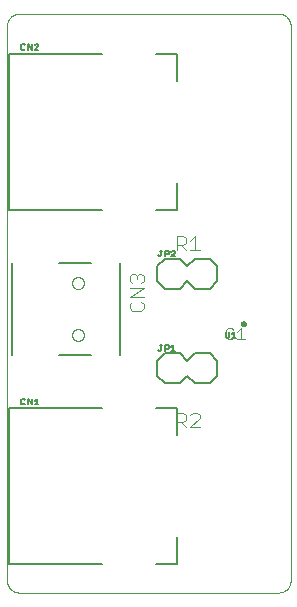
<source format=gto>
G75*
%MOIN*%
%OFA0B0*%
%FSLAX25Y25*%
%IPPOS*%
%LPD*%
%AMOC8*
5,1,8,0,0,1.08239X$1,22.5*
%
%ADD10C,0.00000*%
%ADD11C,0.00300*%
%ADD12C,0.00800*%
%ADD13C,0.00500*%
%ADD14C,0.00400*%
D10*
X0001500Y0005437D02*
X0001500Y0190476D01*
X0001502Y0190600D01*
X0001508Y0190723D01*
X0001517Y0190847D01*
X0001531Y0190969D01*
X0001548Y0191092D01*
X0001570Y0191214D01*
X0001595Y0191335D01*
X0001624Y0191455D01*
X0001656Y0191574D01*
X0001693Y0191693D01*
X0001733Y0191810D01*
X0001776Y0191925D01*
X0001824Y0192040D01*
X0001875Y0192152D01*
X0001929Y0192263D01*
X0001987Y0192373D01*
X0002048Y0192480D01*
X0002113Y0192586D01*
X0002181Y0192689D01*
X0002252Y0192790D01*
X0002326Y0192889D01*
X0002403Y0192986D01*
X0002484Y0193080D01*
X0002567Y0193171D01*
X0002653Y0193260D01*
X0002742Y0193346D01*
X0002833Y0193429D01*
X0002927Y0193510D01*
X0003024Y0193587D01*
X0003123Y0193661D01*
X0003224Y0193732D01*
X0003327Y0193800D01*
X0003433Y0193865D01*
X0003540Y0193926D01*
X0003650Y0193984D01*
X0003761Y0194038D01*
X0003873Y0194089D01*
X0003988Y0194137D01*
X0004103Y0194180D01*
X0004220Y0194220D01*
X0004339Y0194257D01*
X0004458Y0194289D01*
X0004578Y0194318D01*
X0004699Y0194343D01*
X0004821Y0194365D01*
X0004944Y0194382D01*
X0005066Y0194396D01*
X0005190Y0194405D01*
X0005313Y0194411D01*
X0005437Y0194413D01*
X0092051Y0194413D01*
X0092175Y0194411D01*
X0092298Y0194405D01*
X0092422Y0194396D01*
X0092544Y0194382D01*
X0092667Y0194365D01*
X0092789Y0194343D01*
X0092910Y0194318D01*
X0093030Y0194289D01*
X0093149Y0194257D01*
X0093268Y0194220D01*
X0093385Y0194180D01*
X0093500Y0194137D01*
X0093615Y0194089D01*
X0093727Y0194038D01*
X0093838Y0193984D01*
X0093948Y0193926D01*
X0094055Y0193865D01*
X0094161Y0193800D01*
X0094264Y0193732D01*
X0094365Y0193661D01*
X0094464Y0193587D01*
X0094561Y0193510D01*
X0094655Y0193429D01*
X0094746Y0193346D01*
X0094835Y0193260D01*
X0094921Y0193171D01*
X0095004Y0193080D01*
X0095085Y0192986D01*
X0095162Y0192889D01*
X0095236Y0192790D01*
X0095307Y0192689D01*
X0095375Y0192586D01*
X0095440Y0192480D01*
X0095501Y0192373D01*
X0095559Y0192263D01*
X0095613Y0192152D01*
X0095664Y0192040D01*
X0095712Y0191925D01*
X0095755Y0191810D01*
X0095795Y0191693D01*
X0095832Y0191574D01*
X0095864Y0191455D01*
X0095893Y0191335D01*
X0095918Y0191214D01*
X0095940Y0191092D01*
X0095957Y0190969D01*
X0095971Y0190847D01*
X0095980Y0190723D01*
X0095986Y0190600D01*
X0095988Y0190476D01*
X0095988Y0005437D01*
X0095986Y0005313D01*
X0095980Y0005190D01*
X0095971Y0005066D01*
X0095957Y0004944D01*
X0095940Y0004821D01*
X0095918Y0004699D01*
X0095893Y0004578D01*
X0095864Y0004458D01*
X0095832Y0004339D01*
X0095795Y0004220D01*
X0095755Y0004103D01*
X0095712Y0003988D01*
X0095664Y0003873D01*
X0095613Y0003761D01*
X0095559Y0003650D01*
X0095501Y0003540D01*
X0095440Y0003433D01*
X0095375Y0003327D01*
X0095307Y0003224D01*
X0095236Y0003123D01*
X0095162Y0003024D01*
X0095085Y0002927D01*
X0095004Y0002833D01*
X0094921Y0002742D01*
X0094835Y0002653D01*
X0094746Y0002567D01*
X0094655Y0002484D01*
X0094561Y0002403D01*
X0094464Y0002326D01*
X0094365Y0002252D01*
X0094264Y0002181D01*
X0094161Y0002113D01*
X0094055Y0002048D01*
X0093948Y0001987D01*
X0093838Y0001929D01*
X0093727Y0001875D01*
X0093615Y0001824D01*
X0093500Y0001776D01*
X0093385Y0001733D01*
X0093268Y0001693D01*
X0093149Y0001656D01*
X0093030Y0001624D01*
X0092910Y0001595D01*
X0092789Y0001570D01*
X0092667Y0001548D01*
X0092544Y0001531D01*
X0092422Y0001517D01*
X0092298Y0001508D01*
X0092175Y0001502D01*
X0092051Y0001500D01*
X0005437Y0001500D01*
X0005313Y0001502D01*
X0005190Y0001508D01*
X0005066Y0001517D01*
X0004944Y0001531D01*
X0004821Y0001548D01*
X0004699Y0001570D01*
X0004578Y0001595D01*
X0004458Y0001624D01*
X0004339Y0001656D01*
X0004220Y0001693D01*
X0004103Y0001733D01*
X0003988Y0001776D01*
X0003873Y0001824D01*
X0003761Y0001875D01*
X0003650Y0001929D01*
X0003540Y0001987D01*
X0003433Y0002048D01*
X0003327Y0002113D01*
X0003224Y0002181D01*
X0003123Y0002252D01*
X0003024Y0002326D01*
X0002927Y0002403D01*
X0002833Y0002484D01*
X0002742Y0002567D01*
X0002653Y0002653D01*
X0002567Y0002742D01*
X0002484Y0002833D01*
X0002403Y0002927D01*
X0002326Y0003024D01*
X0002252Y0003123D01*
X0002181Y0003224D01*
X0002113Y0003327D01*
X0002048Y0003433D01*
X0001987Y0003540D01*
X0001929Y0003650D01*
X0001875Y0003761D01*
X0001824Y0003873D01*
X0001776Y0003988D01*
X0001733Y0004103D01*
X0001693Y0004220D01*
X0001656Y0004339D01*
X0001624Y0004458D01*
X0001595Y0004578D01*
X0001570Y0004699D01*
X0001548Y0004821D01*
X0001531Y0004944D01*
X0001517Y0005066D01*
X0001508Y0005190D01*
X0001502Y0005313D01*
X0001500Y0005437D01*
X0023153Y0087327D02*
X0023155Y0087415D01*
X0023161Y0087503D01*
X0023171Y0087591D01*
X0023185Y0087679D01*
X0023202Y0087765D01*
X0023224Y0087851D01*
X0023249Y0087935D01*
X0023279Y0088019D01*
X0023311Y0088101D01*
X0023348Y0088181D01*
X0023388Y0088260D01*
X0023432Y0088337D01*
X0023479Y0088412D01*
X0023529Y0088484D01*
X0023583Y0088555D01*
X0023639Y0088622D01*
X0023699Y0088688D01*
X0023761Y0088750D01*
X0023827Y0088810D01*
X0023894Y0088866D01*
X0023965Y0088920D01*
X0024037Y0088970D01*
X0024112Y0089017D01*
X0024189Y0089061D01*
X0024268Y0089101D01*
X0024348Y0089138D01*
X0024430Y0089170D01*
X0024514Y0089200D01*
X0024598Y0089225D01*
X0024684Y0089247D01*
X0024770Y0089264D01*
X0024858Y0089278D01*
X0024946Y0089288D01*
X0025034Y0089294D01*
X0025122Y0089296D01*
X0025210Y0089294D01*
X0025298Y0089288D01*
X0025386Y0089278D01*
X0025474Y0089264D01*
X0025560Y0089247D01*
X0025646Y0089225D01*
X0025730Y0089200D01*
X0025814Y0089170D01*
X0025896Y0089138D01*
X0025976Y0089101D01*
X0026055Y0089061D01*
X0026132Y0089017D01*
X0026207Y0088970D01*
X0026279Y0088920D01*
X0026350Y0088866D01*
X0026417Y0088810D01*
X0026483Y0088750D01*
X0026545Y0088688D01*
X0026605Y0088622D01*
X0026661Y0088555D01*
X0026715Y0088484D01*
X0026765Y0088412D01*
X0026812Y0088337D01*
X0026856Y0088260D01*
X0026896Y0088181D01*
X0026933Y0088101D01*
X0026965Y0088019D01*
X0026995Y0087935D01*
X0027020Y0087851D01*
X0027042Y0087765D01*
X0027059Y0087679D01*
X0027073Y0087591D01*
X0027083Y0087503D01*
X0027089Y0087415D01*
X0027091Y0087327D01*
X0027089Y0087239D01*
X0027083Y0087151D01*
X0027073Y0087063D01*
X0027059Y0086975D01*
X0027042Y0086889D01*
X0027020Y0086803D01*
X0026995Y0086719D01*
X0026965Y0086635D01*
X0026933Y0086553D01*
X0026896Y0086473D01*
X0026856Y0086394D01*
X0026812Y0086317D01*
X0026765Y0086242D01*
X0026715Y0086170D01*
X0026661Y0086099D01*
X0026605Y0086032D01*
X0026545Y0085966D01*
X0026483Y0085904D01*
X0026417Y0085844D01*
X0026350Y0085788D01*
X0026279Y0085734D01*
X0026207Y0085684D01*
X0026132Y0085637D01*
X0026055Y0085593D01*
X0025976Y0085553D01*
X0025896Y0085516D01*
X0025814Y0085484D01*
X0025730Y0085454D01*
X0025646Y0085429D01*
X0025560Y0085407D01*
X0025474Y0085390D01*
X0025386Y0085376D01*
X0025298Y0085366D01*
X0025210Y0085360D01*
X0025122Y0085358D01*
X0025034Y0085360D01*
X0024946Y0085366D01*
X0024858Y0085376D01*
X0024770Y0085390D01*
X0024684Y0085407D01*
X0024598Y0085429D01*
X0024514Y0085454D01*
X0024430Y0085484D01*
X0024348Y0085516D01*
X0024268Y0085553D01*
X0024189Y0085593D01*
X0024112Y0085637D01*
X0024037Y0085684D01*
X0023965Y0085734D01*
X0023894Y0085788D01*
X0023827Y0085844D01*
X0023761Y0085904D01*
X0023699Y0085966D01*
X0023639Y0086032D01*
X0023583Y0086099D01*
X0023529Y0086170D01*
X0023479Y0086242D01*
X0023432Y0086317D01*
X0023388Y0086394D01*
X0023348Y0086473D01*
X0023311Y0086553D01*
X0023279Y0086635D01*
X0023249Y0086719D01*
X0023224Y0086803D01*
X0023202Y0086889D01*
X0023185Y0086975D01*
X0023171Y0087063D01*
X0023161Y0087151D01*
X0023155Y0087239D01*
X0023153Y0087327D01*
X0023153Y0104650D02*
X0023155Y0104738D01*
X0023161Y0104826D01*
X0023171Y0104914D01*
X0023185Y0105002D01*
X0023202Y0105088D01*
X0023224Y0105174D01*
X0023249Y0105258D01*
X0023279Y0105342D01*
X0023311Y0105424D01*
X0023348Y0105504D01*
X0023388Y0105583D01*
X0023432Y0105660D01*
X0023479Y0105735D01*
X0023529Y0105807D01*
X0023583Y0105878D01*
X0023639Y0105945D01*
X0023699Y0106011D01*
X0023761Y0106073D01*
X0023827Y0106133D01*
X0023894Y0106189D01*
X0023965Y0106243D01*
X0024037Y0106293D01*
X0024112Y0106340D01*
X0024189Y0106384D01*
X0024268Y0106424D01*
X0024348Y0106461D01*
X0024430Y0106493D01*
X0024514Y0106523D01*
X0024598Y0106548D01*
X0024684Y0106570D01*
X0024770Y0106587D01*
X0024858Y0106601D01*
X0024946Y0106611D01*
X0025034Y0106617D01*
X0025122Y0106619D01*
X0025210Y0106617D01*
X0025298Y0106611D01*
X0025386Y0106601D01*
X0025474Y0106587D01*
X0025560Y0106570D01*
X0025646Y0106548D01*
X0025730Y0106523D01*
X0025814Y0106493D01*
X0025896Y0106461D01*
X0025976Y0106424D01*
X0026055Y0106384D01*
X0026132Y0106340D01*
X0026207Y0106293D01*
X0026279Y0106243D01*
X0026350Y0106189D01*
X0026417Y0106133D01*
X0026483Y0106073D01*
X0026545Y0106011D01*
X0026605Y0105945D01*
X0026661Y0105878D01*
X0026715Y0105807D01*
X0026765Y0105735D01*
X0026812Y0105660D01*
X0026856Y0105583D01*
X0026896Y0105504D01*
X0026933Y0105424D01*
X0026965Y0105342D01*
X0026995Y0105258D01*
X0027020Y0105174D01*
X0027042Y0105088D01*
X0027059Y0105002D01*
X0027073Y0104914D01*
X0027083Y0104826D01*
X0027089Y0104738D01*
X0027091Y0104650D01*
X0027089Y0104562D01*
X0027083Y0104474D01*
X0027073Y0104386D01*
X0027059Y0104298D01*
X0027042Y0104212D01*
X0027020Y0104126D01*
X0026995Y0104042D01*
X0026965Y0103958D01*
X0026933Y0103876D01*
X0026896Y0103796D01*
X0026856Y0103717D01*
X0026812Y0103640D01*
X0026765Y0103565D01*
X0026715Y0103493D01*
X0026661Y0103422D01*
X0026605Y0103355D01*
X0026545Y0103289D01*
X0026483Y0103227D01*
X0026417Y0103167D01*
X0026350Y0103111D01*
X0026279Y0103057D01*
X0026207Y0103007D01*
X0026132Y0102960D01*
X0026055Y0102916D01*
X0025976Y0102876D01*
X0025896Y0102839D01*
X0025814Y0102807D01*
X0025730Y0102777D01*
X0025646Y0102752D01*
X0025560Y0102730D01*
X0025474Y0102713D01*
X0025386Y0102699D01*
X0025298Y0102689D01*
X0025210Y0102683D01*
X0025122Y0102681D01*
X0025034Y0102683D01*
X0024946Y0102689D01*
X0024858Y0102699D01*
X0024770Y0102713D01*
X0024684Y0102730D01*
X0024598Y0102752D01*
X0024514Y0102777D01*
X0024430Y0102807D01*
X0024348Y0102839D01*
X0024268Y0102876D01*
X0024189Y0102916D01*
X0024112Y0102960D01*
X0024037Y0103007D01*
X0023965Y0103057D01*
X0023894Y0103111D01*
X0023827Y0103167D01*
X0023761Y0103227D01*
X0023699Y0103289D01*
X0023639Y0103355D01*
X0023583Y0103422D01*
X0023529Y0103493D01*
X0023479Y0103565D01*
X0023432Y0103640D01*
X0023388Y0103717D01*
X0023348Y0103796D01*
X0023311Y0103876D01*
X0023279Y0103958D01*
X0023249Y0104042D01*
X0023224Y0104126D01*
X0023202Y0104212D01*
X0023185Y0104298D01*
X0023171Y0104386D01*
X0023161Y0104474D01*
X0023155Y0104562D01*
X0023153Y0104650D01*
D11*
X0074485Y0089086D02*
X0074485Y0086618D01*
X0075102Y0086000D01*
X0076336Y0086000D01*
X0076953Y0086618D01*
X0076953Y0089086D02*
X0076336Y0089704D01*
X0075102Y0089704D01*
X0074485Y0089086D01*
X0078168Y0088469D02*
X0079402Y0089704D01*
X0079402Y0086000D01*
X0078168Y0086000D02*
X0080637Y0086000D01*
D12*
X0071618Y0078803D02*
X0071618Y0073803D01*
X0069118Y0071303D01*
X0064118Y0071303D01*
X0061618Y0073803D01*
X0059118Y0071303D01*
X0054118Y0071303D01*
X0051618Y0073803D01*
X0051618Y0078803D01*
X0054118Y0081303D01*
X0059118Y0081303D01*
X0061618Y0078803D01*
X0064118Y0081303D01*
X0069118Y0081303D01*
X0071618Y0078803D01*
X0069118Y0102799D02*
X0064118Y0102799D01*
X0061618Y0105299D01*
X0059118Y0102799D01*
X0054118Y0102799D01*
X0051618Y0105299D01*
X0051618Y0110299D01*
X0054118Y0112799D01*
X0059118Y0112799D01*
X0061618Y0110299D01*
X0064118Y0112799D01*
X0069118Y0112799D01*
X0071618Y0110299D01*
X0071618Y0105299D01*
X0069118Y0102799D01*
X0058028Y0129043D02*
X0058028Y0138043D01*
X0058028Y0129043D02*
X0051028Y0129043D01*
X0033028Y0129043D02*
X0002028Y0129043D01*
X0002028Y0181043D01*
X0033028Y0181043D01*
X0051028Y0181043D02*
X0058028Y0181043D01*
X0058028Y0172043D01*
X0058028Y0062933D02*
X0051028Y0062933D01*
X0058028Y0062933D02*
X0058028Y0053933D01*
X0058028Y0019933D02*
X0058028Y0010933D01*
X0051028Y0010933D01*
X0033028Y0010933D02*
X0002028Y0010933D01*
X0002028Y0062933D01*
X0033028Y0062933D01*
D13*
X0029453Y0080634D02*
X0018823Y0080634D01*
X0011331Y0066085D02*
X0011331Y0064183D01*
X0010697Y0064183D02*
X0011965Y0064183D01*
X0010697Y0065451D02*
X0011331Y0066085D01*
X0009755Y0066085D02*
X0009755Y0064183D01*
X0008487Y0066085D01*
X0008487Y0064183D01*
X0007545Y0064500D02*
X0007228Y0064183D01*
X0006594Y0064183D01*
X0006278Y0064500D01*
X0006278Y0065768D01*
X0006594Y0066085D01*
X0007228Y0066085D01*
X0007545Y0065768D01*
X0003075Y0080634D02*
X0003075Y0111343D01*
X0018823Y0111343D02*
X0029453Y0111343D01*
X0039295Y0111343D02*
X0039295Y0080634D01*
X0039295Y0083390D02*
X0039295Y0087720D01*
X0039295Y0104256D02*
X0039295Y0108587D01*
X0051868Y0113866D02*
X0052185Y0113549D01*
X0052502Y0113549D01*
X0052819Y0113866D01*
X0052819Y0115451D01*
X0052502Y0115451D02*
X0053136Y0115451D01*
X0054078Y0115451D02*
X0054078Y0113549D01*
X0054078Y0114183D02*
X0055029Y0114183D01*
X0055346Y0114500D01*
X0055346Y0115134D01*
X0055029Y0115451D01*
X0054078Y0115451D01*
X0056288Y0115134D02*
X0056605Y0115451D01*
X0057239Y0115451D01*
X0057556Y0115134D01*
X0057556Y0114817D01*
X0056288Y0113549D01*
X0057556Y0113549D01*
X0056922Y0083955D02*
X0056288Y0083321D01*
X0056922Y0083955D02*
X0056922Y0082053D01*
X0056288Y0082053D02*
X0057556Y0082053D01*
X0055346Y0083004D02*
X0055029Y0082687D01*
X0054078Y0082687D01*
X0054078Y0082053D02*
X0054078Y0083955D01*
X0055029Y0083955D01*
X0055346Y0083638D01*
X0055346Y0083004D01*
X0053136Y0083955D02*
X0052502Y0083955D01*
X0052819Y0083955D02*
X0052819Y0082370D01*
X0052502Y0082053D01*
X0052185Y0082053D01*
X0051868Y0082370D01*
X0074343Y0086655D02*
X0074660Y0086338D01*
X0075294Y0086338D01*
X0075611Y0086655D01*
X0075611Y0088240D01*
X0076553Y0087606D02*
X0077187Y0088240D01*
X0077187Y0086338D01*
X0076553Y0086338D02*
X0077821Y0086338D01*
X0080053Y0090447D02*
X0079924Y0090546D01*
X0079824Y0090676D01*
X0079762Y0090826D01*
X0079741Y0090988D01*
X0079762Y0091150D01*
X0079824Y0091301D01*
X0079924Y0091430D01*
X0080053Y0091529D01*
X0080204Y0091592D01*
X0080366Y0091613D01*
X0080527Y0091592D01*
X0080678Y0091529D01*
X0080808Y0091430D01*
X0080907Y0091301D01*
X0080969Y0091150D01*
X0080991Y0090988D01*
X0080969Y0090826D01*
X0080907Y0090676D01*
X0080808Y0090546D01*
X0080678Y0090447D01*
X0080527Y0090384D01*
X0080366Y0090363D01*
X0080204Y0090384D01*
X0080053Y0090447D01*
X0079800Y0090734D02*
X0080931Y0090734D01*
X0080935Y0091232D02*
X0079796Y0091232D01*
X0074343Y0088240D02*
X0074343Y0086655D01*
X0011965Y0182293D02*
X0010697Y0182293D01*
X0011965Y0183561D01*
X0011965Y0183878D01*
X0011648Y0184195D01*
X0011014Y0184195D01*
X0010697Y0183878D01*
X0009755Y0184195D02*
X0009755Y0182293D01*
X0008487Y0184195D01*
X0008487Y0182293D01*
X0007545Y0182610D02*
X0007228Y0182293D01*
X0006594Y0182293D01*
X0006278Y0182610D01*
X0006278Y0183878D01*
X0006594Y0184195D01*
X0007228Y0184195D01*
X0007545Y0183878D01*
D14*
X0043211Y0107685D02*
X0042444Y0106918D01*
X0042444Y0105383D01*
X0043211Y0104616D01*
X0042444Y0103081D02*
X0047048Y0103081D01*
X0042444Y0100012D01*
X0047048Y0100012D01*
X0046281Y0098477D02*
X0047048Y0097710D01*
X0047048Y0096175D01*
X0046281Y0095408D01*
X0043211Y0095408D01*
X0042444Y0096175D01*
X0042444Y0097710D01*
X0043211Y0098477D01*
X0046281Y0104616D02*
X0047048Y0105383D01*
X0047048Y0106918D01*
X0046281Y0107685D01*
X0045513Y0107685D01*
X0044746Y0106918D01*
X0044746Y0106150D01*
X0044746Y0106918D02*
X0043979Y0107685D01*
X0043211Y0107685D01*
X0057984Y0115747D02*
X0057984Y0120351D01*
X0060286Y0120351D01*
X0061054Y0119584D01*
X0061054Y0118049D01*
X0060286Y0117282D01*
X0057984Y0117282D01*
X0059519Y0117282D02*
X0061054Y0115747D01*
X0062588Y0115747D02*
X0065657Y0115747D01*
X0064123Y0115747D02*
X0064123Y0120351D01*
X0062588Y0118817D01*
X0063355Y0061296D02*
X0062588Y0060529D01*
X0063355Y0061296D02*
X0064890Y0061296D01*
X0065657Y0060529D01*
X0065657Y0059761D01*
X0062588Y0056692D01*
X0065657Y0056692D01*
X0061054Y0056692D02*
X0059519Y0058227D01*
X0060286Y0058227D02*
X0057984Y0058227D01*
X0057984Y0056692D02*
X0057984Y0061296D01*
X0060286Y0061296D01*
X0061054Y0060529D01*
X0061054Y0058994D01*
X0060286Y0058227D01*
M02*

</source>
